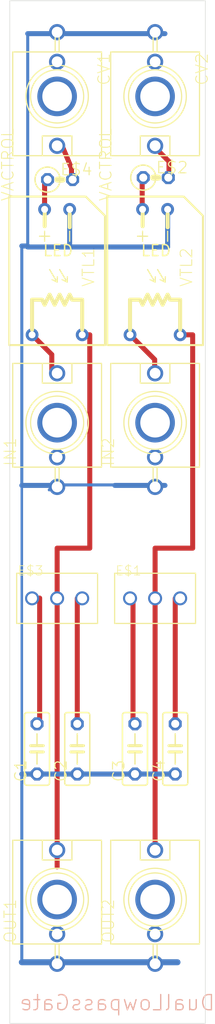
<source format=kicad_pcb>
(kicad_pcb (version 20211014) (generator pcbnew)
  (layers (0 "F.Cu" signal) (31 "B.Cu" signal) (34 "B.Paste" user) (35 "F.Paste" user) (36 "B.SilkS" user "B.Silkscreen") (37 "F.SilkS" user "F.Silkscreen") (38 "B.Mask" user) (39 "F.Mask" user) (44 "Edge.Cuts" user))
  (net 0 "")
  (net 1 "S$1")
  (net 2 "GND")
  (net 3 "S$4")
  (net 4 "S$5")
  (net 5 "S$8")
  (net 6 "S$9")
  (net 7 "S$12")
  (net 8 "S$13")
  (net 9 "S$7")
  (net 10 "S$10")
  (net 11 "S$11")
  (net 12 "S$14")
  (net 13 "S$15")
  (net 14 "S$16")
  (footprint "board:SUBMINI_TOGGLE" (layer "F.Cu") (at 153.3211 113.7336)
    (fp_text reference "E$1" (at -4.064 -2.794) (layer "F.SilkS") (effects (font (size 0.941222 0.941222) (thickness 0.074778)) (justify left)))
    (fp_text value "" hide)
    (fp_line (start 4.1 -2.54) (end 4.1 2.54) (layer "F.SilkS") (width 0.127))
    (fp_line (start 4.1 2.54) (end -4.1 2.54) (layer "F.SilkS") (width 0.127))
    (fp_line (start -4.1 -2.54) (end 4.1 -2.54) (layer "F.SilkS") (width 0.127))
    (fp_line (start -4.1 2.54) (end -4.1 -2.54) (layer "F.SilkS") (width 0.127))
    (pad "1" thru_hole circle (at -2.54 0 90) (size 1.4224 1.4224) (drill 1) (layers *.Cu *.Mask))
    (pad "3" thru_hole circle (at 2.54 0 90) (size 1.4224 1.4224) (drill 1) (layers *.Cu *.Mask))
    (pad "COM" thru_hole circle (at 0 0 90) (size 1.4224 1.4224) (drill 1) (layers *.Cu *.Mask))
  )
  (footprint "board:VACTROL_4PIN_VTL5C" (layer "F.Cu") (at 153.3211 80.7136 -90)
    (fp_text reference "VTL2" (at -2.54 -3.175 90) (layer "F.SilkS") (effects (font (size 1.176528 1.176528) (thickness 0.093472)) (justify right)))
    (fp_text value "" hide)
    (fp_text user "LED" (at -1.524 1.524) (layer "F.SilkS") (effects (font (size 1.1176 1.1176) (thickness 0.1524)) (justify left bottom)))
    (fp_text user "VACTROL" (at -7.112 4.318 -90) (layer "F.SilkS") (effects (font (size 1.1684 1.1684) (thickness 0.1016)) (justify left bottom)))
    (fp_line (start 0.481681 -0.025909) (end 1.016 0) (layer "F.SilkS") (width 0.127))
    (fp_line (start -4.137078 1.27) (end -3.629078 1.27) (layer "F.SilkS") (width 0.127))
    (fp_line (start -3.121078 1.27) (end -3.629078 1.27) (layer "F.SilkS") (width 0.127))
    (fp_line (start -7.644 4.85) (end -7.644 -2.9) (layer "F.SilkS") (width 0.2032))
    (fp_line (start -7.644 -2.9) (end -5.694 -4.85) (layer "F.SilkS") (width 0.2032))
    (fp_line (start 2.794 -1.524) (end 2.286 -1.27) (layer "F.SilkS") (width 0.4064))
    (fp_line (start -3.629078 1.27) (end -3.121078 1.27) (layer "F.SilkS") (width 0.127))
    (fp_line (start 7.39 4.85) (end -7.644 4.85) (layer "F.SilkS") (width 0.2032))
    (fp_line (start -5.884615 -1.27) (end -4.534615 -1.275) (layer "F.SilkS") (width 0.4064))
    (fp_line (start -3.629078 1.27) (end -3.629078 0.762) (layer "F.SilkS") (width 0.127))
    (fp_line (start -0.254 -0.254) (end 1.016 -1.016) (layer "F.SilkS") (width 0.127))
    (fp_line (start 1.016 0) (end 0.762 0.508) (layer "F.SilkS") (width 0.127))
    (fp_line (start 0.481681 -1.041909) (end 1.016 -1.016) (layer "F.SilkS") (width 0.127))
    (fp_line (start 2.286 -0.254) (end 3.302 0.254) (layer "F.SilkS") (width 0.4064))
    (fp_line (start 2.794 -2.54) (end 5.842 -2.54) (layer "F.SilkS") (width 0.4064))
    (fp_line (start 3.302 1.27) (end 2.794 1.524) (layer "F.SilkS") (width 0.4064))
    (fp_line (start 7.39 -4.85) (end 7.39 4.85) (layer "F.SilkS") (width 0.2032))
    (fp_line (start -5.694 -4.85) (end 7.39 -4.85) (layer "F.SilkS") (width 0.2032))
    (fp_line (start -3.629078 1.778) (end -3.629078 1.27) (layer "F.SilkS") (width 0.127))
    (fp_line (start 2.794 1.524) (end 2.794 2.54) (layer "F.SilkS") (width 0.4064))
    (fp_line (start -5.988156 1.258681) (end -4.638156 1.263681) (layer "F.SilkS") (width 0.4064))
    (fp_line (start -3.629078 1.27) (end -3.629078 1.778) (layer "F.SilkS") (width 0.127))
    (fp_line (start -3.629078 0.762) (end -3.629078 1.27) (layer "F.SilkS") (width 0.127))
    (fp_line (start -3.121078 -1.27) (end -4.137078 -1.27) (layer "F.SilkS") (width 0.127))
    (fp_line (start 3.302 -0.762) (end 2.286 -0.254) (layer "F.SilkS") (width 0.4064))
    (fp_line (start -0.254 0.762) (end 1.016 0) (layer "F.SilkS") (width 0.127))
    (fp_line (start 2.286 0.762) (end 3.302 1.27) (layer "F.SilkS") (width 0.4064))
    (fp_line (start 3.302 0.254) (end 2.286 0.762) (layer "F.SilkS") (width 0.4064))
    (fp_line (start 2.794 2.54) (end 5.842 2.54) (layer "F.SilkS") (width 0.4064))
    (fp_line (start 2.286 -1.27) (end 3.302 -0.762) (layer "F.SilkS") (width 0.4064))
    (fp_line (start 2.794 -1.524) (end 2.794 -2.54) (layer "F.SilkS") (width 0.4064))
    (fp_line (start 1.016 -1.016) (end 0.762 -0.508) (layer "F.SilkS") (width 0.127))
    (pad "1" thru_hole circle (at -6.35 -1.27 270) (size 1.3 1.3) (drill 0.7) (layers *.Cu *.Mask) (net 1 "S$1"))
    (pad "2" thru_hole circle (at -6.35 1.27 270) (size 1.3 1.3) (drill 0.7) (layers *.Cu *.Mask) (net 12 "S$14"))
    (pad "3" thru_hole circle (at 6.35 -2.54 270) (size 1.3 1.3) (drill 0.7) (layers *.Cu *.Mask) (net 14 "S$16"))
    (pad "4" thru_hole circle (at 6.35 2.54 270) (size 1.3 1.3) (drill 0.7) (layers *.Cu *.Mask) (net 13 "S$15"))
  )
  (footprint "board:JACK-3.5" (layer "F.Cu") (at 143.3911 144.2136)
    (fp_text reference "OUT1" (at -4.7498 4.4704 90) (layer "F.SilkS") (effects (font (size 1.176528 1.176528) (thickness 0.093472)) (justify left)))
    (fp_text value "" hide)
    (fp_line (start -4.5 4.5) (end 0.2 4.5) (layer "F.SilkS") (width 0.127))
    (fp_line (start -0.2 4.6) (end -0.2 6.7) (layer "F.SilkS") (width 0.127))
    (fp_line (start 1.5 -6) (end 4.5 -6) (layer "F.SilkS") (width 0.127))
    (fp_line (start 1.5 -4) (end 1.5 -6) (layer "F.SilkS") (width 0.127))
    (fp_line (start 0.2 4.5) (end 4.5 4.5) (layer "F.SilkS") (width 0.127))
    (fp_line (start -1.5 -6) (end -1.5 -4) (layer "F.SilkS") (width 0.127))
    (fp_line (start -4.5 -6) (end -1.5 -6) (layer "F.SilkS") (width 0.127))
    (fp_line (start 4.5 4.5) (end 4.5 -6) (layer "F.SilkS") (width 0.127))
    (fp_line (start -4.5 -6) (end -4.5 4.5) (layer "F.SilkS") (width 0.127))
    (fp_line (start 0.2 6.7) (end 0.2 4.5) (layer "F.SilkS") (width 0.127))
    (fp_line (start -1.5 -4) (end 1.5 -4) (layer "F.SilkS") (width 0.127))
    (fp_line (start -1.5 -6) (end 1.5 -6) (layer "F.SilkS") (width 0.127))
    (fp_line (start -0.2 6.7) (end 0.2 6.7) (layer "F.SilkS") (width 0.127))
    (fp_circle (center 0 0) (end 2.6907 0) (layer "F.SilkS") (width 0.127) (fill none))
    (fp_circle (center 0 0) (end 3.1623 0) (layer "F.SilkS") (width 0.127) (fill none))
    (pad "P$1" thru_hole circle (at 0 -5) (size 1.65 1.65) (drill 1.1) (layers *.Cu *.Mask))
    (pad "P$2" thru_hole circle (at 0 3.5) (size 1.65 1.65) (drill 1.1) (layers *.Cu *.Mask))
    (pad "P$3" thru_hole circle (at 0 6.5) (size 1.65 1.65) (drill 1.1) (layers *.Cu *.Mask))
    (pad "P$4" thru_hole circle (at 0 0) (size 4.016 4.016) (drill 3) (layers *.Cu *.Mask))
  )
  (footprint "board:C050-025X075" (layer "F.Cu") (at 151.2811 128.9736 90)
    (fp_text reference "C3" (at -3.429 -1.651 90) (layer "F.SilkS") (effects (font (size 1.1557 1.1557) (thickness 0.1143)) (justify left)))
    (fp_text value "100nF")
    (fp_line (start -3.683 -1.016) (end -3.683 1.016) (layer "F.SilkS") (width 0.1524))
    (fp_line (start -0.3048 0) (end -1.524 0) (layer "F.SilkS") (width 0.1524))
    (fp_line (start 3.429 -1.27) (end -3.429 -1.27) (layer "F.SilkS") (width 0.1524))
    (fp_line (start -0.3048 -0.635) (end -0.3048 0) (layer "F.SilkS") (width 0.3048))
    (fp_line (start 0.3302 0) (end 1.524 0) (layer "F.SilkS") (width 0.1524))
    (fp_line (start 0.3302 -0.635) (end 0.3302 0) (layer "F.SilkS") (width 0.3048))
    (fp_line (start 3.683 1.016) (end 3.683 -1.016) (layer "F.SilkS") (width 0.1524))
    (fp_line (start -3.429 1.27) (end 3.429 1.27) (layer "F.SilkS") (width 0.1524))
    (fp_line (start 0.3302 0) (end 0.3302 0.635) (layer "F.SilkS") (width 0.3048))
    (fp_line (start -0.3048 0) (end -0.3048 0.635) (layer "F.SilkS") (width 0.3048))
    (fp_arc (start 3.429 -1.27) (mid 3.608605 -1.195605) (end 3.683 -1.016) (layer "F.SilkS") (width 0.1524))
    (fp_arc (start -3.429 1.27) (mid -3.608605 1.195605) (end -3.683 1.016) (layer "F.SilkS") (width 0.1524))
    (fp_arc (start 3.683 1.016) (mid 3.608605 1.195605) (end 3.429 1.27) (layer "F.SilkS") (width 0.1524))
    (fp_arc (start -3.683 -1.016) (mid -3.608605 -1.195605) (end -3.429 -1.27) (layer "F.SilkS") (width 0.1524))
    (pad "1" thru_hole roundrect (at -2.54 0 90) (size 1.3208 1.3208) (drill 0.8128) (layers *.Cu *.Mask) (chamfer_ratio 0.2928932188) (chamfer top_left top_right bottom_left bottom_right))
    (pad "2" thru_hole roundrect (at 2.54 0 90) (size 1.3208 1.3208) (drill 0.8128) (layers *.Cu *.Mask) (chamfer_ratio 0.2928932188) (chamfer top_left top_right bottom_left bottom_right))
  )
  (footprint "board:JACK-3.5" (layer "F.Cu") (at 153.3211 144.2136)
    (fp_text reference "OUT2" (at -4.7498 4.4704 90) (layer "F.SilkS") (effects (font (size 1.176528 1.176528) (thickness 0.093472)) (justify left)))
    (fp_text value "" hide)
    (fp_line (start 1.5 -6) (end 4.5 -6) (layer "F.SilkS") (width 0.127))
    (fp_line (start -4.5 -6) (end -4.5 4.5) (layer "F.SilkS") (width 0.127))
    (fp_line (start -4.5 4.5) (end 0.2 4.5) (layer "F.SilkS") (width 0.127))
    (fp_line (start -0.2 6.7) (end 0.2 6.7) (layer "F.SilkS") (width 0.127))
    (fp_line (start -0.2 4.6) (end -0.2 6.7) (layer "F.SilkS") (width 0.127))
    (fp_line (start 1.5 -4) (end 1.5 -6) (layer "F.SilkS") (width 0.127))
    (fp_line (start -1.5 -6) (end 1.5 -6) (layer "F.SilkS") (width 0.127))
    (fp_line (start 4.5 4.5) (end 4.5 -6) (layer "F.SilkS") (width 0.127))
    (fp_line (start -4.5 -6) (end -1.5 -6) (layer "F.SilkS") (width 0.127))
    (fp_line (start -1.5 -6) (end -1.5 -4) (layer "F.SilkS") (width 0.127))
    (fp_line (start 0.2 6.7) (end 0.2 4.5) (layer "F.SilkS") (width 0.127))
    (fp_line (start -1.5 -4) (end 1.5 -4) (layer "F.SilkS") (width 0.127))
    (fp_line (start 0.2 4.5) (end 4.5 4.5) (layer "F.SilkS") (width 0.127))
    (fp_circle (center 0 0) (end 2.6907 0) (layer "F.SilkS") (width 0.127) (fill none))
    (fp_circle (center 0 0) (end 3.1623 0) (layer "F.SilkS") (width 0.127) (fill none))
    (pad "P$1" thru_hole circle (at 0 -5) (size 1.65 1.65) (drill 1.1) (layers *.Cu *.Mask))
    (pad "P$2" thru_hole circle (at 0 3.5) (size 1.65 1.65) (drill 1.1) (layers *.Cu *.Mask))
    (pad "P$3" thru_hole circle (at 0 6.5) (size 1.65 1.65) (drill 1.1) (layers *.Cu *.Mask))
    (pad "P$4" thru_hole circle (at 0 0) (size 4.016 4.016) (drill 3) (layers *.Cu *.Mask))
  )
  (footprint "board:JACK-3.5" (layer "F.Cu") (at 143.3911 95.9536)
    (fp_text reference "IN1" (at -4.7498 4.4704 90) (layer "F.SilkS") (effects (font (size 1.176528 1.176528) (thickness 0.093472)) (justify left)))
    (fp_text value "" hide)
    (fp_line (start -1.5 -4) (end 1.5 -4) (layer "F.SilkS") (width 0.127))
    (fp_line (start 0.2 6.7) (end 0.2 4.5) (layer "F.SilkS") (width 0.127))
    (fp_line (start 1.5 -4) (end 1.5 -6) (layer "F.SilkS") (width 0.127))
    (fp_line (start -1.5 -6) (end 1.5 -6) (layer "F.SilkS") (width 0.127))
    (fp_line (start -4.5 -6) (end -1.5 -6) (layer "F.SilkS") (width 0.127))
    (fp_line (start -0.2 4.6) (end -0.2 6.7) (layer "F.SilkS") (width 0.127))
    (fp_line (start 4.5 4.5) (end 4.5 -6) (layer "F.SilkS") (width 0.127))
    (fp_line (start 1.5 -6) (end 4.5 -6) (layer "F.SilkS") (width 0.127))
    (fp_line (start -0.2 6.7) (end 0.2 6.7) (layer "F.SilkS") (width 0.127))
    (fp_line (start -1.5 -6) (end -1.5 -4) (layer "F.SilkS") (width 0.127))
    (fp_line (start 0.2 4.5) (end 4.5 4.5) (layer "F.SilkS") (width 0.127))
    (fp_line (start -4.5 -6) (end -4.5 4.5) (layer "F.SilkS") (width 0.127))
    (fp_line (start -4.5 4.5) (end 0.2 4.5) (layer "F.SilkS") (width 0.127))
    (fp_circle (center 0 0) (end 2.6907 0) (layer "F.SilkS") (width 0.127) (fill none))
    (fp_circle (center 0 0) (end 3.1623 0) (layer "F.SilkS") (width 0.127) (fill none))
    (pad "P$1" thru_hole circle (at 0 -5) (size 1.65 1.65) (drill 1.1) (layers *.Cu *.Mask))
    (pad "P$2" thru_hole circle (at 0 3.5) (size 1.65 1.65) (drill 1.1) (layers *.Cu *.Mask))
    (pad "P$3" thru_hole circle (at 0 6.5) (size 1.65 1.65) (drill 1.1) (layers *.Cu *.Mask))
    (pad "P$4" thru_hole circle (at 0 0) (size 4.016 4.016) (drill 3) (layers *.Cu *.Mask))
  )
  (footprint "board:0207_2V" (layer "F.Cu") (at 143.6911 71.3536)
    (fp_text reference "E$4" (at -0.0508 -1.016) (layer "F.SilkS") (effects (font (size 1.1557 1.1557) (thickness 0.1143)) (justify left)))
    (fp_text value "1K")
    (fp_line (start -0.254 0) (end 0.254 0) (layer "F.SilkS") (width 0.6096))
    (fp_circle (center -1.27 0) (end 0 0) (layer "F.SilkS") (width 0.1524) (fill none))
    (pad "1" thru_hole roundrect (at -1.27 0) (size 1.3208 1.3208) (drill 0.8128) (layers *.Cu *.Mask) (chamfer_ratio 0.2928932188) (chamfer top_left top_right bottom_left bottom_right))
    (pad "2" thru_hole roundrect (at 1.27 0) (size 1.3208 1.3208) (drill 0.8128) (layers *.Cu *.Mask) (chamfer_ratio 0.2928932188) (chamfer top_left top_right bottom_left bottom_right))
  )
  (footprint "board:JACK-3.5" (layer "F.Cu") (at 153.3211 95.9536)
    (fp_text reference "IN2" (at -4.7498 4.4704 90) (layer "F.SilkS") (effects (font (size 1.176528 1.176528) (thickness 0.093472)) (justify left)))
    (fp_text value "" hide)
    (fp_line (start 1.5 -6) (end 4.5 -6) (layer "F.SilkS") (width 0.127))
    (fp_line (start -4.5 -6) (end -1.5 -6) (layer "F.SilkS") (width 0.127))
    (fp_line (start -4.5 -6) (end -4.5 4.5) (layer "F.SilkS") (width 0.127))
    (fp_line (start -4.5 4.5) (end 0.2 4.5) (layer "F.SilkS") (width 0.127))
    (fp_line (start -1.5 -6) (end 1.5 -6) (layer "F.SilkS") (width 0.127))
    (fp_line (start 4.5 4.5) (end 4.5 -6) (layer "F.SilkS") (width 0.127))
    (fp_line (start -1.5 -6) (end -1.5 -4) (layer "F.SilkS") (width 0.127))
    (fp_line (start -0.2 4.6) (end -0.2 6.7) (layer "F.SilkS") (width 0.127))
    (fp_line (start 0.2 4.5) (end 4.5 4.5) (layer "F.SilkS") (width 0.127))
    (fp_line (start -0.2 6.7) (end 0.2 6.7) (layer "F.SilkS") (width 0.127))
    (fp_line (start 1.5 -4) (end 1.5 -6) (layer "F.SilkS") (width 0.127))
    (fp_line (start -1.5 -4) (end 1.5 -4) (layer "F.SilkS") (width 0.127))
    (fp_line (start 0.2 6.7) (end 0.2 4.5) (layer "F.SilkS") (width 0.127))
    (fp_circle (center 0 0) (end 2.6907 0) (layer "F.SilkS") (width 0.127) (fill none))
    (fp_circle (center 0 0) (end 3.1623 0) (layer "F.SilkS") (width 0.127) (fill none))
    (pad "P$1" thru_hole circle (at 0 -5) (size 1.65 1.65) (drill 1.1) (layers *.Cu *.Mask))
    (pad "P$2" thru_hole circle (at 0 3.5) (size 1.65 1.65) (drill 1.1) (layers *.Cu *.Mask))
    (pad "P$3" thru_hole circle (at 0 6.5) (size 1.65 1.65) (drill 1.1) (layers *.Cu *.Mask))
    (pad "P$4" thru_hole circle (at 0 0) (size 4.016 4.016) (drill 3) (layers *.Cu *.Mask))
  )
  (footprint "board:SUBMINI_TOGGLE" (layer "F.Cu") (at 143.3911 113.7336)
    (fp_text reference "E$3" (at -4.064 -2.794) (layer "F.SilkS") (effects (font (size 0.941222 0.941222) (thickness 0.074778)) (justify left)))
    (fp_text value "" hide)
    (fp_line (start 4.1 2.54) (end -4.1 2.54) (layer "F.SilkS") (width 0.127))
    (fp_line (start -4.1 2.54) (end -4.1 -2.54) (layer "F.SilkS") (width 0.127))
    (fp_line (start 4.1 -2.54) (end 4.1 2.54) (layer "F.SilkS") (width 0.127))
    (fp_line (start -4.1 -2.54) (end 4.1 -2.54) (layer "F.SilkS") (width 0.127))
    (pad "1" thru_hole circle (at -2.54 0 90) (size 1.4224 1.4224) (drill 1) (layers *.Cu *.Mask))
    (pad "3" thru_hole circle (at 2.54 0 90) (size 1.4224 1.4224) (drill 1) (layers *.Cu *.Mask))
    (pad "COM" thru_hole circle (at 0 0 90) (size 1.4224 1.4224) (drill 1) (layers *.Cu *.Mask))
  )
  (footprint "board:JACK-3.5" (layer "F.Cu") (at 153.3211 62.9336 180)
    (fp_text reference "CV2" (at -4.7498 4.4704 90) (layer "F.SilkS") (effects (font (size 1.176528 1.176528) (thickness 0.093472)) (justify right)))
    (fp_text value "" hide)
    (fp_line (start 1.5 -4) (end 1.5 -6) (layer "F.SilkS") (width 0.127))
    (fp_line (start 4.5 4.5) (end 4.5 -6) (layer "F.SilkS") (width 0.127))
    (fp_line (start -1.5 -4) (end 1.5 -4) (layer "F.SilkS") (width 0.127))
    (fp_line (start -4.5 -6) (end -1.5 -6) (layer "F.SilkS") (width 0.127))
    (fp_line (start -4.5 -6) (end -4.5 4.5) (layer "F.SilkS") (width 0.127))
    (fp_line (start 1.5 -6) (end 4.5 -6) (layer "F.SilkS") (width 0.127))
    (fp_line (start -0.2 4.6) (end -0.2 6.7) (layer "F.SilkS") (width 0.127))
    (fp_line (start -0.2 6.7) (end 0.2 6.7) (layer "F.SilkS") (width 0.127))
    (fp_line (start 0.2 6.7) (end 0.2 4.5) (layer "F.SilkS") (width 0.127))
    (fp_line (start -1.5 -6) (end -1.5 -4) (layer "F.SilkS") (width 0.127))
    (fp_line (start -1.5 -6) (end 1.5 -6) (layer "F.SilkS") (width 0.127))
    (fp_line (start -4.5 4.5) (end 0.2 4.5) (layer "F.SilkS") (width 0.127))
    (fp_line (start 0.2 4.5) (end 4.5 4.5) (layer "F.SilkS") (width 0.127))
    (fp_circle (center 0 0) (end 3.1623 0) (layer "F.SilkS") (width 0.127) (fill none))
    (fp_circle (center 0 0) (end 2.6907 0) (layer "F.SilkS") (width 0.127) (fill none))
    (pad "P$1" thru_hole circle (at 0 -5 180) (size 1.65 1.65) (drill 1.1) (layers *.Cu *.Mask))
    (pad "P$2" thru_hole circle (at 0 3.5 180) (size 1.65 1.65) (drill 1.1) (layers *.Cu *.Mask))
    (pad "P$3" thru_hole circle (at 0 6.5 180) (size 1.65 1.65) (drill 1.1) (layers *.Cu *.Mask))
    (pad "P$4" thru_hole circle (at 0 0 180) (size 4.016 4.016) (drill 3) (layers *.Cu *.Mask))
  )
  (footprint "board:C050-025X075" (layer "F.Cu") (at 155.3611 128.9736 90)
    (fp_text reference "C4" (at -3.429 -1.651 90) (layer "F.SilkS") (effects (font (size 1.1557 1.1557) (thickness 0.1143)) (justify left)))
    (fp_text value "3.3nF")
    (fp_line (start -3.683 -1.016) (end -3.683 1.016) (layer "F.SilkS") (width 0.1524))
    (fp_line (start 0.3302 0) (end 1.524 0) (layer "F.SilkS") (width 0.1524))
    (fp_line (start -0.3048 0) (end -1.524 0) (layer "F.SilkS") (width 0.1524))
    (fp_line (start -0.3048 0) (end -0.3048 0.635) (layer "F.SilkS") (width 0.3048))
    (fp_line (start 3.683 1.016) (end 3.683 -1.016) (layer "F.SilkS") (width 0.1524))
    (fp_line (start 0.3302 0) (end 0.3302 0.635) (layer "F.SilkS") (width 0.3048))
    (fp_line (start -0.3048 -0.635) (end -0.3048 0) (layer "F.SilkS") (width 0.3048))
    (fp_line (start 3.429 -1.27) (end -3.429 -1.27) (layer "F.SilkS") (width 0.1524))
    (fp_line (start 0.3302 -0.635) (end 0.3302 0) (layer "F.SilkS") (width 0.3048))
    (fp_line (start -3.429 1.27) (end 3.429 1.27) (layer "F.SilkS") (width 0.1524))
    (fp_arc (start -3.683 -1.016) (mid -3.608605 -1.195605) (end -3.429 -1.27) (layer "F.SilkS") (width 0.1524))
    (fp_arc (start -3.429 1.27) (mid -3.608605 1.195605) (end -3.683 1.016) (layer "F.SilkS") (width 0.1524))
    (fp_arc (start 3.683 1.016) (mid 3.608605 1.195605) (end 3.429 1.27) (layer "F.SilkS") (width 0.1524))
    (fp_arc (start 3.429 -1.27) (mid 3.608605 -1.195605) (end 3.683 -1.016) (layer "F.SilkS") (width 0.1524))
    (pad "1" thru_hole roundrect (at -2.54 0 90) (size 1.3208 1.3208) (drill 0.8128) (layers *.Cu *.Mask) (chamfer_ratio 0.2928932188) (chamfer top_left top_right bottom_left bottom_right) (net 2 "GND"))
    (pad "2" thru_hole roundrect (at 2.54 0 90) (size 1.3208 1.3208) (drill 0.8128) (layers *.Cu *.Mask) (chamfer_ratio 0.2928932188) (chamfer top_left top_right bottom_left bottom_right) (net 9 "S$7"))
  )
  (footprint "board:0207_2V" (layer "F.Cu") (at 153.3911 71.1536)
    (fp_text reference "E$2" (at -0.0508 -1.016) (layer "F.SilkS") (effects (font (size 1.1557 1.1557) (thickness 0.1143)) (justify left)))
    (fp_text value "1K")
    (fp_line (start -0.254 0) (end 0.254 0) (layer "F.SilkS") (width 0.6096))
    (fp_circle (center -1.27 0) (end 0 0) (layer "F.SilkS") (width 0.1524) (fill none))
    (pad "1" thru_hole roundrect (at -1.27 0) (size 1.3208 1.3208) (drill 0.8128) (layers *.Cu *.Mask) (chamfer_ratio 0.2928932188) (chamfer top_left top_right bottom_left bottom_right))
    (pad "2" thru_hole roundrect (at 1.27 0) (size 1.3208 1.3208) (drill 0.8128) (layers *.Cu *.Mask) (chamfer_ratio 0.2928932188) (chamfer top_left top_right bottom_left bottom_right))
  )
  (footprint "board:C050-025X075" (layer "F.Cu") (at 145.4311 128.9736 90)
    (fp_text reference "C2" (at -3.429 -1.651 90) (layer "F.SilkS") (effects (font (size 1.1557 1.1557) (thickness 0.1143)) (justify left)))
    (fp_text value "3.3nF")
    (fp_line (start -3.683 -1.016) (end -3.683 1.016) (layer "F.SilkS") (width 0.1524))
    (fp_line (start 0.3302 -0.635) (end 0.3302 0) (layer "F.SilkS") (width 0.3048))
    (fp_line (start -0.3048 -0.635) (end -0.3048 0) (layer "F.SilkS") (width 0.3048))
    (fp_line (start 3.429 -1.27) (end -3.429 -1.27) (layer "F.SilkS") (width 0.1524))
    (fp_line (start -3.429 1.27) (end 3.429 1.27) (layer "F.SilkS") (width 0.1524))
    (fp_line (start -0.3048 0) (end -0.3048 0.635) (layer "F.SilkS") (width 0.3048))
    (fp_line (start 3.683 1.016) (end 3.683 -1.016) (layer "F.SilkS") (width 0.1524))
    (fp_line (start 0.3302 0) (end 1.524 0) (layer "F.SilkS") (width 0.1524))
    (fp_line (start 0.3302 0) (end 0.3302 0.635) (layer "F.SilkS") (width 0.3048))
    (fp_line (start -0.3048 0) (end -1.524 0) (layer "F.SilkS") (width 0.1524))
    (fp_arc (start -3.429 1.27) (mid -3.608605 1.195605) (end -3.683 1.016) (layer "F.SilkS") (width 0.1524))
    (fp_arc (start 3.683 1.016) (mid 3.608605 1.195605) (end 3.429 1.27) (layer "F.SilkS") (width 0.1524))
    (fp_arc (start 3.429 -1.27) (mid 3.608605 -1.195605) (end 3.683 -1.016) (layer "F.SilkS") (width 0.1524))
    (fp_arc (start -3.683 -1.016) (mid -3.608605 -1.195605) (end -3.429 -1.27) (layer "F.SilkS") (width 0.1524))
    (pad "1" thru_hole roundrect (at -2.54 0 90) (size 1.3208 1.3208) (drill 0.8128) (layers *.Cu *.Mask) (chamfer_ratio 0.2928932188) (chamfer top_left top_right bottom_left bottom_right) (net 2 "GND"))
    (pad "2" thru_hole roundrect (at 2.54 0 90) (size 1.3208 1.3208) (drill 0.8128) (layers *.Cu *.Mask) (chamfer_ratio 0.2928932188) (chamfer top_left top_right bottom_left bottom_right) (net 3 "S$4"))
  )
  (footprint "board:VACTROL_4PIN_VTL5C" (layer "F.Cu") (at 143.3911 80.7136 -90)
    (fp_text reference "VTL1" (at -2.54 -3.175 90) (layer "F.SilkS") (effects (font (size 1.176528 1.176528) (thickness 0.093472)) (justify right)))
    (fp_text value "" hide)
    (fp_text user "LED" (at -1.524 1.524) (layer "F.SilkS") (effects (font (size 1.1176 1.1176) (thickness 0.1524)) (justify left bottom)))
    (fp_text user "VACTROL" (at -7.112 4.318 -90) (layer "F.SilkS") (effects (font (size 1.1684 1.1684) (thickness 0.1016)) (justify left bottom)))
    (fp_line (start -5.694 -4.85) (end 7.39 -4.85) (layer "F.SilkS") (width 0.2032))
    (fp_line (start 2.286 0.762) (end 3.302 1.27) (layer "F.SilkS") (width 0.4064))
    (fp_line (start 2.794 -2.54) (end 5.842 -2.54) (layer "F.SilkS") (width 0.4064))
    (fp_line (start 2.794 2.54) (end 5.842 2.54) (layer "F.SilkS") (width 0.4064))
    (fp_line (start 2.286 -0.254) (end 3.302 0.254) (layer "F.SilkS") (width 0.4064))
    (fp_line (start -7.644 4.85) (end -7.644 -2.9) (layer "F.SilkS") (width 0.2032))
    (fp_line (start -3.121078 1.27) (end -3.629078 1.27) (layer "F.SilkS") (width 0.127))
    (fp_line (start 2.794 -1.524) (end 2.286 -1.27) (layer "F.SilkS") (width 0.4064))
    (fp_line (start 2.286 -1.27) (end 3.302 -0.762) (layer "F.SilkS") (width 0.4064))
    (fp_line (start -4.137078 1.27) (end -3.629078 1.27) (layer "F.SilkS") (width 0.127))
    (fp_line (start -0.254 -0.254) (end 1.016 -1.016) (layer "F.SilkS") (width 0.127))
    (fp_line (start 3.302 1.27) (end 2.794 1.524) (layer "F.SilkS") (width 0.4064))
    (fp_line (start 2.794 -1.524) (end 2.794 -2.54) (layer "F.SilkS") (width 0.4064))
    (fp_line (start -3.629078 1.27) (end -3.629078 0.762) (layer "F.SilkS") (width 0.127))
    (fp_line (start 7.39 4.85) (end -7.644 4.85) (layer "F.SilkS") (width 0.2032))
    (fp_line (start -7.644 -2.9) (end -5.694 -4.85) (layer "F.SilkS") (width 0.2032))
    (fp_line (start -3.629078 1.27) (end -3.629078 1.778) (layer "F.SilkS") (width 0.127))
    (fp_line (start -3.121078 -1.27) (end -4.137078 -1.27) (layer "F.SilkS") (width 0.127))
    (fp_line (start 3.302 -0.762) (end 2.286 -0.254) (layer "F.SilkS") (width 0.4064))
    (fp_line (start 1.016 0) (end 0.762 0.508) (layer "F.SilkS") (width 0.127))
    (fp_line (start 0.481681 -0.025909) (end 1.016 0) (layer "F.SilkS") (width 0.127))
    (fp_line (start 7.39 -4.85) (end 7.39 4.85) (layer "F.SilkS") (width 0.2032))
    (fp_line (start -3.629078 0.762) (end -3.629078 1.27) (layer "F.SilkS") (width 0.127))
    (fp_line (start -3.629078 1.27) (end -3.121078 1.27) (layer "F.SilkS") (width 0.127))
    (fp_line (start -5.988156 1.258681) (end -4.638156 1.263681) (layer "F.SilkS") (width 0.4064))
    (fp_line (start 3.302 0.254) (end 2.286 0.762) (layer "F.SilkS") (width 0.4064))
    (fp_line (start 0.481681 -1.041909) (end 1.016 -1.016) (layer "F.SilkS") (width 0.127))
    (fp_line (start -5.884615 -1.27) (end -4.534615 -1.275) (layer "F.SilkS") (width 0.4064))
    (fp_line (start -3.629078 1.778) (end -3.629078 1.27) (layer "F.SilkS") (width 0.127))
    (fp_line (start 2.794 1.524) (end 2.794 2.54) (layer "F.SilkS") (width 0.4064))
    (fp_line (start -0.254 0.762) (end 1.016 0) (layer "F.SilkS") (width 0.127))
    (fp_line (start 1.016 -1.016) (end 0.762 -0.508) (layer "F.SilkS") (width 0.127))
    (pad "1" thru_hole circle (at -6.35 -1.27 270) (size 1.3 1.3) (drill 0.7) (layers *.Cu *.Mask) (net 2 "GND"))
    (pad "2" thru_hole circle (at -6.35 1.27 270) (size 1.3 1.3) (drill 0.7) (layers *.Cu *.Mask) (net 6 "S$9"))
    (pad "3" thru_hole circle (at 6.35 -2.54 270) (size 1.3 1.3) (drill 0.7) (layers *.Cu *.Mask) (net 8 "S$13"))
    (pad "4" thru_hole circle (at 6.35 2.54 270) (size 1.3 1.3) (drill 0.7) (layers *.Cu *.Mask) (net 7 "S$12"))
  )
  (footprint "board:JACK-3.5" (layer "F.Cu") (at 143.3911 62.9336 180)
    (fp_text reference "CV1" (at -4.7498 4.4704 90) (layer "F.SilkS") (effects (font (size 1.176528 1.176528) (thickness 0.093472)) (justify right)))
    (fp_text value "" hide)
    (fp_line (start -4.5 -6) (end -4.5 4.5) (layer "F.SilkS") (width 0.127))
    (fp_line (start 1.5 -4) (end 1.5 -6) (layer "F.SilkS") (width 0.127))
    (fp_line (start 1.5 -6) (end 4.5 -6) (layer "F.SilkS") (width 0.127))
    (fp_line (start -1.5 -4) (end 1.5 -4) (layer "F.SilkS") (width 0.127))
    (fp_line (start 4.5 4.5) (end 4.5 -6) (layer "F.SilkS") (width 0.127))
    (fp_line (start -4.5 -6) (end -1.5 -6) (layer "F.SilkS") (width 0.127))
    (fp_line (start -1.5 -6) (end -1.5 -4) (layer "F.SilkS") (width 0.127))
    (fp_line (start 0.2 4.5) (end 4.5 4.5) (layer "F.SilkS") (width 0.127))
    (fp_line (start -4.5 4.5) (end 0.2 4.5) (layer "F.SilkS") (width 0.127))
    (fp_line (start -0.2 6.7) (end 0.2 6.7) (layer "F.SilkS") (width 0.127))
    (fp_line (start 0.2 6.7) (end 0.2 4.5) (layer "F.SilkS") (width 0.127))
    (fp_line (start -0.2 4.6) (end -0.2 6.7) (layer "F.SilkS") (width 0.127))
    (fp_line (start -1.5 -6) (end 1.5 -6) (layer "F.SilkS") (width 0.127))
    (fp_circle (center 0 0) (end 3.1623 0) (layer "F.SilkS") (width 0.127) (fill none))
    (fp_circle (center 0 0) (end 2.6907 0) (layer "F.SilkS") (width 0.127) (fill none))
    (pad "P$1" thru_hole circle (at 0 -5 180) (size 1.65 1.65) (drill 1.1) (layers *.Cu *.Mask))
    (pad "P$2" thru_hole circle (at 0 3.5 180) (size 1.65 1.65) (drill 1.1) (layers *.Cu *.Mask))
    (pad "P$3" thru_hole circle (at 0 6.5 180) (size 1.65 1.65) (drill 1.1) (layers *.Cu *.Mask))
    (pad "P$4" thru_hole circle (at 0 0 180) (size 4.016 4.016) (drill 3) (layers *.Cu *.Mask))
  )
  (footprint "board:C050-025X075" (layer "F.Cu") (at 141.3511 128.9736 90)
    (fp_text reference "C1" (at -3.429 -1.651 90) (layer "F.SilkS") (effects (font (size 1.1557 1.1557) (thickness 0.1143)) (justify left)))
    (fp_text value "100nF")
    (fp_line (start -0.3048 0) (end -0.3048 0.635) (layer "F.SilkS") (width 0.3048))
    (fp_line (start -3.683 -1.016) (end -3.683 1.016) (layer "F.SilkS") (width 0.1524))
    (fp_line (start 0.3302 0) (end 1.524 0) (layer "F.SilkS") (width 0.1524))
    (fp_line (start -0.3048 -0.635) (end -0.3048 0) (layer "F.SilkS") (width 0.3048))
    (fp_line (start -3.429 1.27) (end 3.429 1.27) (layer "F.SilkS") (width 0.1524))
    (fp_line (start 0.3302 0) (end 0.3302 0.635) (layer "F.SilkS") (width 0.3048))
    (fp_line (start 0.3302 -0.635) (end 0.3302 0) (layer "F.SilkS") (width 0.3048))
    (fp_line (start 3.683 1.016) (end 3.683 -1.016) (layer "F.SilkS") (width 0.1524))
    (fp_line (start 3.429 -1.27) (end -3.429 -1.27) (layer "F.SilkS") (width 0.1524))
    (fp_line (start -0.3048 0) (end -1.524 0) (layer "F.SilkS") (width 0.1524))
    (fp_arc (start -3.429 1.27) (mid -3.608605 1.195605) (end -3.683 1.016) (layer "F.SilkS") (width 0.1524))
    (fp_arc (start -3.683 -1.016) (mid -3.608605 -1.195605) (end -3.429 -1.27) (layer "F.SilkS") (width 0.1524))
    (fp_arc (start 3.683 1.016) (mid 3.608605 1.195605) (end 3.429 1.27) (layer "F.SilkS") (width 0.1524))
    (fp_arc (start 3.429 -1.27) (mid 3.608605 -1.195605) (end 3.683 -1.016) (layer "F.SilkS") (width 0.1524))
    (pad "1" thru_hole roundrect (at -2.54 0 90) (size 1.3208 1.3208) (drill 0.8128) (layers *.Cu *.Mask) (chamfer_ratio 0.2928932188) (chamfer top_left top_right bottom_left bottom_right))
    (pad "2" thru_hole roundrect (at 2.54 0 90) (size 1.3208 1.3208) (drill 0.8128) (layers *.Cu *.Mask) (chamfer_ratio 0.2928932188) (chamfer top_left top_right bottom_left bottom_right))
  )
  (gr_line (start 158.4111 156.7536) (end 158.4111 53.2536) (layer "Edge.Cuts") (width 0.05))
  (gr_line (start 138.5911 53.2536) (end 158.4111 53.2536) (layer "Edge.Cuts") (width 0.05))
  (gr_line (start 138.5911 156.7536) (end 138.5911 53.2536) (layer "Edge.Cuts") (width 0.05))
  (gr_line (start 138.5911 156.7536) (end 158.4111 156.7536) (layer "Edge.Cuts") (width 0.05))
  (gr_text "DualLowpassGate" (at 139.4811 153.7636) (layer "B.SilkS") (effects (font (size 1.542288 1.542288) (thickness 0.134112)) (justify right top mirror)))
  (segment (start 154.5911 74.3636) (end 154.5911 78.1736) (width 0.508) (layer "B.Cu") (net 1))
  (segment (start 154.5911 78.1736) (end 143.7411 78.1736) (width 0.508) (layer "B.Cu") (net 1))
  (segment (start 139.8111 102.3036) (end 139.8111 131.5136) (width 0.254) (layer "B.Cu") (net 2))
  (segment (start 155.3611 131.5136) (end 145.7411 131.5136) (width 0.508) (layer "B.Cu") (net 2))
  (segment (start 140.4111 78.0736) (end 139.8111 78.0736) (width 0.508) (layer "B.Cu") (net 2))
  (segment (start 152.0911 102.2536) (end 143.0911 102.2536) (width 0.3048) (layer "B.Cu") (net 2))
  (segment (start 139.8111 102.3036) (end 142.8911 102.3036) (width 0.508) (layer "B.Cu") (net 2))
  (segment (start 139.8111 78.0736) (end 139.8111 102.3036) (width 0.3048) (layer "B.Cu") (net 2))
  (segment (start 144.6611 74.3636) (end 144.6611 78.1736) (width 0.508) (layer "B.Cu") (net 2))
  (segment (start 140.4111 56.5836) (end 140.4111 78.0736) (width 0.3048) (layer "B.Cu") (net 2))
  (segment (start 145.4311 131.5136) (end 139.8111 131.5136) (width 0.508) (layer "B.Cu") (net 2))
  (segment (start 140.4111 78.0736) (end 140.4111 78.1736) (width 0.3048) (layer "B.Cu") (net 2))
  (segment (start 154.3211 56.5836) (end 140.4111 56.5836) (width 0.508) (layer "B.Cu") (net 2))
  (segment (start 139.8111 131.5136) (end 139.8111 150.5636) (width 0.3048) (layer "B.Cu") (net 2))
  (segment (start 143.0911 102.2536) (end 142.5911 102.7536) (width 0.3048) (layer "B.Cu") (net 2))
  (segment (start 149.2411 102.3036) (end 154.3211 102.3036) (width 0.508) (layer "B.Cu") (net 2))
  (segment (start 144.6611 78.1736) (end 140.4111 78.1736) (width 0.508) (layer "B.Cu") (net 2))
  (segment (start 139.8111 150.5636) (end 155.5911 150.5636) (width 0.6096) (layer "B.Cu") (net 2))
  (segment (start 145.4311 113.7336) (end 145.4311 126.4336) (width 0.508) (layer "F.Cu") (net 3))
  (segment (start 141.6211 113.7061) (end 141.6211 126.4336) (width 0.508) (layer "F.Cu") (net 4))
  (segment (start 144.8511 70.2036) (end 144.8511 71.1536) (width 0.508) (layer "F.Cu") (net 5))
  (segment (start 144.8511 70.2036) (end 143.9011 67.9536) (width 0.508) (layer "F.Cu") (net 5))
  (segment (start 142.1811 71.5236) (end 142.1211 71.5836) (width 0.508) (layer "F.Cu") (net 6))
  (segment (start 142.1811 71.2536) (end 142.1811 71.5236) (width 0.508) (layer "F.Cu") (net 6))
  (segment (start 142.1211 71.5836) (end 142.1211 74.3636) (width 0.508) (layer "F.Cu") (net 6))
  (segment (start 142.8511 89.0636) (end 142.8511 90.8736) (width 0.508) (layer "F.Cu") (net 7))
  (segment (start 140.8511 87.0636) (end 142.8511 89.0636) (width 0.508) (layer "F.Cu") (net 7))
  (segment (start 143.3911 108.6536) (end 143.3911 113.7336) (width 0.508) (layer "F.Cu") (net 8))
  (segment (start 145.9311 87.0636) (end 146.7011 87.0636) (width 0.508) (layer "F.Cu") (net 8))
  (segment (start 143.3911 114.2336) (end 143.3911 140.9036) (width 0.508) (layer "F.Cu") (net 8))
  (segment (start 146.7011 108.6536) (end 143.3911 108.6536) (width 0.508) (layer "F.Cu") (net 8))
  (segment (start 146.7011 87.0636) (end 146.7011 108.6536) (width 0.508) (layer "F.Cu") (net 8))
  (segment (start 155.3611 113.7336) (end 155.3611 126.4336) (width 0.508) (layer "F.Cu") (net 9))
  (segment (start 151.0811 126.2336) (end 151.1511 126.2336) (width 0.508) (layer "F.Cu") (net 10))
  (segment (start 151.0811 114.0036) (end 151.0811 126.2336) (width 0.508) (layer "F.Cu") (net 10))
  (segment (start 154.7311 69.5236) (end 153.6211 68.4136) (width 0.508) (layer "F.Cu") (net 11))
  (segment (start 154.7311 71.3536) (end 154.7311 69.5236) (width 0.508) (layer "F.Cu") (net 11))
  (segment (start 152.0111 70.7536) (end 152.0111 74.3236) (width 0.508) (layer "F.Cu") (net 12))
  (segment (start 152.0111 74.3236) (end 152.0511 74.3636) (width 0.508) (layer "F.Cu") (net 12))
  (segment (start 153.2811 89.5636) (end 153.2811 91.3736) (width 0.508) (layer "F.Cu") (net 13))
  (segment (start 150.7811 87.0636) (end 153.2811 89.5636) (width 0.508) (layer "F.Cu") (net 13))
  (segment (start 153.3211 113.7336) (end 153.3211 139.4036) (width 0.508) (layer "F.Cu") (net 14))
  (segment (start 153.3211 108.6536) (end 153.3211 113.7336) (width 0.508) (layer "F.Cu") (net 14))
  (segment (start 155.8611 87.0636) (end 157.1311 87.0636) (width 0.508) (layer "F.Cu") (net 14))
  (segment (start 157.1311 87.0636) (end 157.1311 108.6536) (width 0.508) (layer "F.Cu") (net 14))
  (segment (start 157.1311 108.6536) (end 153.3211 108.6536) (width 0.508) (layer "F.Cu") (net 14))
)
</source>
